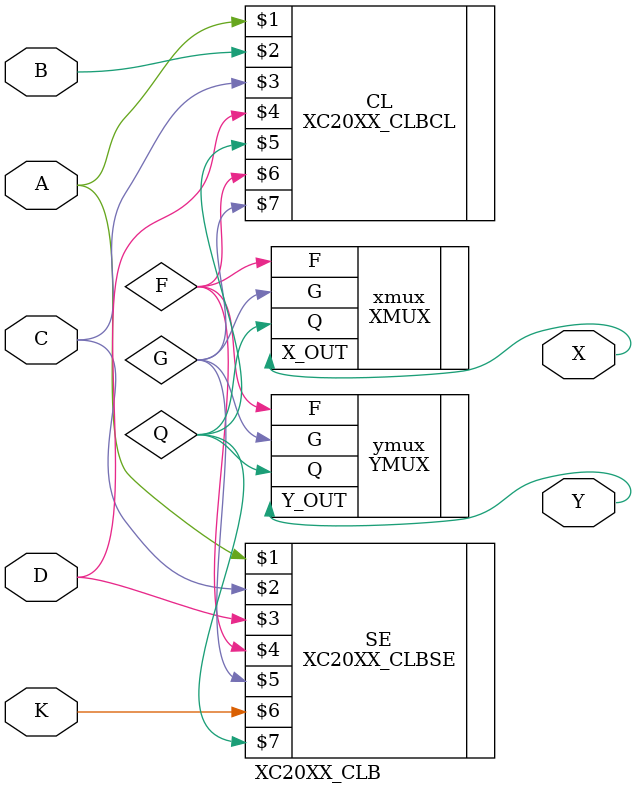
<source format=v>
/* XC20XX_CLB- The full CLB of the XC20XX-series. Configuration bits for
routing MUXes are based on Figure 4 of the XC2064 datasheet. The default values
are the topmost inputs to the MUXes. */

`include "../comb/xc20xx_clbcl.sim.v"
`include "../sync/xc20xx_clbse.sim.v"
`include "../routing/xmux/xmux.sim.v"
`include "../routing/ymux/ymux.sim.v"

module XC20XX_CLB(
    A, B, C, D, // INPUTS
    X, Y, // OUTPUTS
    K // CLK
);

    // XC20XX_CLBCL parameters
    parameter [7:0] F_INIT = 0;
    parameter [7:0] G_INIT = 0;
    parameter MUX_FG = 0;

    // XC20XX_CLBSE parameters
    parameter MODE = "DFF"; // DFF, DLATCH


    input wire A;
    input wire B;
    input wire C;
    input wire D;

    output wire X;
    output wire Y;

    input wire K;

    wire F, G, Q;


    XMUX xmux(
        .F(F), .G(G), .Q(Q),
        .X_OUT(X)
    );

    YMUX ymux(
        .F(F), .G(G), .Q(Q),
        .Y_OUT(Y)
    );


    XC20XX_CLBCL #(
        .F_INIT(F_INIT),
        .G_INIT(G_INIT),
        .MUX_FG(MUX_FG)
    ) CL (
        A, B, C, D,
        Q,
        F, G
    );

    XC20XX_CLBSE #(
        .MODE(MODE),
    ) SE (
        A, C, D,
        F, G,
        K,
        Q
    );

endmodule

</source>
